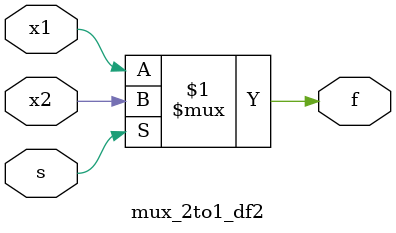
<source format=v>
`timescale 1ns / 1ps

/*Hossam Ahmed Seyam*/
/*This code is illustrating How to design 2*1 mux in structural modelling especially data flow modeling */

module mux_2to1_df2(x1, x2, s, f);

	input wire x1, x2, s;	// x1,x2 are mux inputs , s is the selector of the 2*1 mux
	output wire f;			//mux output
	
	assign f = s?x2:x1;		//if s acheived f = x2 ,if not then f =x1
endmodule

</source>
